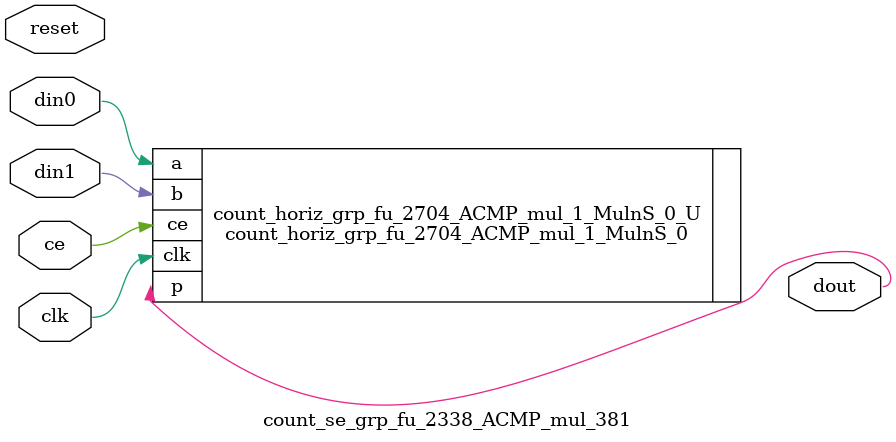
<source format=v>

`timescale 1 ns / 1 ps
module count_se_grp_fu_2338_ACMP_mul_381(
    clk,
    reset,
    ce,
    din0,
    din1,
    dout);

parameter ID = 32'd1;
parameter NUM_STAGE = 32'd1;
parameter din0_WIDTH = 32'd1;
parameter din1_WIDTH = 32'd1;
parameter dout_WIDTH = 32'd1;
input clk;
input reset;
input ce;
input[din0_WIDTH - 1:0] din0;
input[din1_WIDTH - 1:0] din1;
output[dout_WIDTH - 1:0] dout;



count_horiz_grp_fu_2704_ACMP_mul_1_MulnS_0 count_horiz_grp_fu_2704_ACMP_mul_1_MulnS_0_U(
    .clk( clk ),
    .ce( ce ),
    .a( din0 ),
    .b( din1 ),
    .p( dout ));

endmodule

</source>
